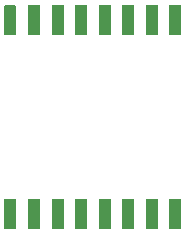
<source format=gbr>
G04 EAGLE Gerber RS-274X export*
G75*
%MOMM*%
%FSLAX34Y34*%
%LPD*%
%INSolderpaste Top*%
%IPPOS*%
%AMOC8*
5,1,8,0,0,1.08239X$1,22.5*%
G01*
%ADD10C,0.170000*%
%ADD11R,1.000000X2.500000*%


D10*
X35050Y373050D02*
X35050Y349750D01*
X26750Y349750D01*
X26750Y373050D01*
X35050Y373050D01*
X35050Y351365D02*
X26750Y351365D01*
X26750Y352980D02*
X35050Y352980D01*
X35050Y354595D02*
X26750Y354595D01*
X26750Y356210D02*
X35050Y356210D01*
X35050Y357825D02*
X26750Y357825D01*
X26750Y359440D02*
X35050Y359440D01*
X35050Y361055D02*
X26750Y361055D01*
X26750Y362670D02*
X35050Y362670D01*
X35050Y364285D02*
X26750Y364285D01*
X26750Y365900D02*
X35050Y365900D01*
X35050Y367515D02*
X26750Y367515D01*
X26750Y369130D02*
X35050Y369130D01*
X35050Y370745D02*
X26750Y370745D01*
X26750Y372360D02*
X35050Y372360D01*
D11*
X50900Y361400D03*
X70900Y361400D03*
X90900Y361400D03*
X110900Y361400D03*
X130900Y361400D03*
X150900Y361400D03*
X30900Y197400D03*
X50900Y197400D03*
X70900Y197400D03*
X90900Y197400D03*
X110900Y197400D03*
X130900Y197400D03*
X150900Y197400D03*
X169950Y197400D03*
X169950Y361400D03*
M02*

</source>
